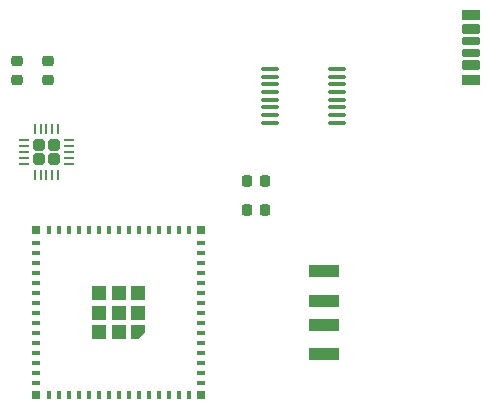
<source format=gbr>
%TF.GenerationSoftware,KiCad,Pcbnew,8.0.4*%
%TF.CreationDate,2024-08-12T23:01:29-04:00*%
%TF.ProjectId,SAMD21_MIDI_SPEAKER,53414d44-3231-45f4-9d49-44495f535045,rev?*%
%TF.SameCoordinates,Original*%
%TF.FileFunction,Paste,Top*%
%TF.FilePolarity,Positive*%
%FSLAX46Y46*%
G04 Gerber Fmt 4.6, Leading zero omitted, Abs format (unit mm)*
G04 Created by KiCad (PCBNEW 8.0.4) date 2024-08-12 23:01:29*
%MOMM*%
%LPD*%
G01*
G04 APERTURE LIST*
G04 Aperture macros list*
%AMRoundRect*
0 Rectangle with rounded corners*
0 $1 Rounding radius*
0 $2 $3 $4 $5 $6 $7 $8 $9 X,Y pos of 4 corners*
0 Add a 4 corners polygon primitive as box body*
4,1,4,$2,$3,$4,$5,$6,$7,$8,$9,$2,$3,0*
0 Add four circle primitives for the rounded corners*
1,1,$1+$1,$2,$3*
1,1,$1+$1,$4,$5*
1,1,$1+$1,$6,$7*
1,1,$1+$1,$8,$9*
0 Add four rect primitives between the rounded corners*
20,1,$1+$1,$2,$3,$4,$5,0*
20,1,$1+$1,$4,$5,$6,$7,0*
20,1,$1+$1,$6,$7,$8,$9,0*
20,1,$1+$1,$8,$9,$2,$3,0*%
%AMFreePoly0*
4,1,6,0.600000,-0.600000,-0.600000,-0.600000,-0.600000,0.000000,0.000000,0.600000,0.600000,0.600000,0.600000,-0.600000,0.600000,-0.600000,$1*%
G04 Aperture macros list end*
%ADD10RoundRect,0.175000X0.625000X-0.175000X0.625000X0.175000X-0.625000X0.175000X-0.625000X-0.175000X0*%
%ADD11RoundRect,0.200000X0.600000X-0.200000X0.600000X0.200000X-0.600000X0.200000X-0.600000X-0.200000X0*%
%ADD12RoundRect,0.225000X0.575000X-0.225000X0.575000X0.225000X-0.575000X0.225000X-0.575000X-0.225000X0*%
%ADD13R,2.500000X1.100000*%
%ADD14RoundRect,0.218750X0.256250X-0.218750X0.256250X0.218750X-0.256250X0.218750X-0.256250X-0.218750X0*%
%ADD15RoundRect,0.225000X-0.225000X-0.250000X0.225000X-0.250000X0.225000X0.250000X-0.225000X0.250000X0*%
%ADD16R,0.800000X0.400000*%
%ADD17R,0.400000X0.800000*%
%ADD18FreePoly0,180.000000*%
%ADD19R,1.200000X1.200000*%
%ADD20R,0.800000X0.800000*%
%ADD21RoundRect,0.250000X-0.255000X-0.255000X0.255000X-0.255000X0.255000X0.255000X-0.255000X0.255000X0*%
%ADD22RoundRect,0.062500X-0.350000X-0.062500X0.350000X-0.062500X0.350000X0.062500X-0.350000X0.062500X0*%
%ADD23RoundRect,0.062500X-0.062500X-0.350000X0.062500X-0.350000X0.062500X0.350000X-0.062500X0.350000X0*%
%ADD24RoundRect,0.100000X-0.637500X-0.100000X0.637500X-0.100000X0.637500X0.100000X-0.637500X0.100000X0*%
G04 APERTURE END LIST*
D10*
%TO.C,P1*%
X191320000Y-56000000D03*
D11*
X191320000Y-53980000D03*
D12*
X191320000Y-52750000D03*
D10*
X191320000Y-55000000D03*
D11*
X191320000Y-57020000D03*
D12*
X191320000Y-58250000D03*
%TD*%
D13*
%TO.C,J1*%
X178850000Y-81500000D03*
X178850000Y-79000000D03*
X178850000Y-77000000D03*
X178850000Y-74500000D03*
%TD*%
D14*
%TO.C,D2*%
X155500000Y-58287500D03*
X155500000Y-56712500D03*
%TD*%
%TO.C,D1*%
X152910000Y-58287500D03*
X152910000Y-56712500D03*
%TD*%
D15*
%TO.C,C2*%
X172325000Y-69322500D03*
X173875000Y-69322500D03*
%TD*%
%TO.C,C1*%
X172325000Y-66812500D03*
X173875000Y-66812500D03*
%TD*%
D16*
%TO.C,U4*%
X168500000Y-83950000D03*
X168500000Y-83100000D03*
X168500000Y-82250000D03*
X168500000Y-81400000D03*
X168500000Y-80550000D03*
X168500000Y-79700000D03*
X168500000Y-78850000D03*
X168500000Y-78000000D03*
X168500000Y-77150000D03*
X168500000Y-76300000D03*
X168500000Y-75450000D03*
X168500000Y-74600000D03*
X168500000Y-73750000D03*
X168500000Y-72900000D03*
X168500000Y-72050000D03*
D17*
X167450000Y-71000000D03*
X166600000Y-71000000D03*
X165750000Y-71000000D03*
X164900000Y-71000000D03*
X164050000Y-71000000D03*
X163200000Y-71000000D03*
X162350000Y-71000000D03*
X161500000Y-71000000D03*
X160650000Y-71000000D03*
X159800000Y-71000000D03*
X158950000Y-71000000D03*
X158100000Y-71000000D03*
X157250000Y-71000000D03*
X156400000Y-71000000D03*
X155550000Y-71000000D03*
D16*
X154500000Y-72050000D03*
X154500000Y-72900000D03*
X154500000Y-73750000D03*
X154500000Y-74600000D03*
X154500000Y-75450000D03*
X154500000Y-76300000D03*
X154500000Y-77150000D03*
X154500000Y-78000000D03*
X154500000Y-78850000D03*
X154500000Y-79700000D03*
X154500000Y-80550000D03*
X154500000Y-81400000D03*
X154500000Y-82250000D03*
X154500000Y-83100000D03*
X154500000Y-83950000D03*
D17*
X155550000Y-85000000D03*
X156400000Y-85000000D03*
X157250000Y-85000000D03*
X158100000Y-85000000D03*
X158950000Y-85000000D03*
X159800000Y-85000000D03*
X160650000Y-85000000D03*
X161500000Y-85000000D03*
X162350000Y-85000000D03*
X163200000Y-85000000D03*
X164050000Y-85000000D03*
X164900000Y-85000000D03*
X165750000Y-85000000D03*
X166600000Y-85000000D03*
X167450000Y-85000000D03*
D18*
X163150000Y-79650000D03*
D19*
X163150000Y-78000000D03*
X163150000Y-76350000D03*
X161500000Y-79650000D03*
X161500000Y-78000000D03*
X161500000Y-76350000D03*
X159850000Y-79650000D03*
X159850000Y-78000000D03*
X159850000Y-76350000D03*
D20*
X168500000Y-85000000D03*
X168500000Y-71000000D03*
X154500000Y-71000000D03*
X154500000Y-85000000D03*
%TD*%
D21*
%TO.C,U3*%
X154750000Y-63750000D03*
X154750000Y-65000000D03*
X156000000Y-63750000D03*
X156000000Y-65000000D03*
D22*
X153437500Y-63375000D03*
X153437500Y-63875000D03*
X153437500Y-64375000D03*
X153437500Y-64875000D03*
X153437500Y-65375000D03*
D23*
X154375000Y-66312500D03*
X154875000Y-66312500D03*
X155375000Y-66312500D03*
X155875000Y-66312500D03*
X156375000Y-66312500D03*
D22*
X157312500Y-65375000D03*
X157312500Y-64875000D03*
X157312500Y-64375000D03*
X157312500Y-63875000D03*
X157312500Y-63375000D03*
D23*
X156375000Y-62437500D03*
X155875000Y-62437500D03*
X155375000Y-62437500D03*
X154875000Y-62437500D03*
X154375000Y-62437500D03*
%TD*%
D24*
%TO.C,U2*%
X174275000Y-57350000D03*
X174275000Y-58000000D03*
X174275000Y-58650000D03*
X174275000Y-59300000D03*
X174275000Y-59950000D03*
X174275000Y-60600000D03*
X174275000Y-61250000D03*
X174275000Y-61900000D03*
X180000000Y-61900000D03*
X180000000Y-61250000D03*
X180000000Y-60600000D03*
X180000000Y-59950000D03*
X180000000Y-59300000D03*
X180000000Y-58650000D03*
X180000000Y-58000000D03*
X180000000Y-57350000D03*
%TD*%
M02*

</source>
